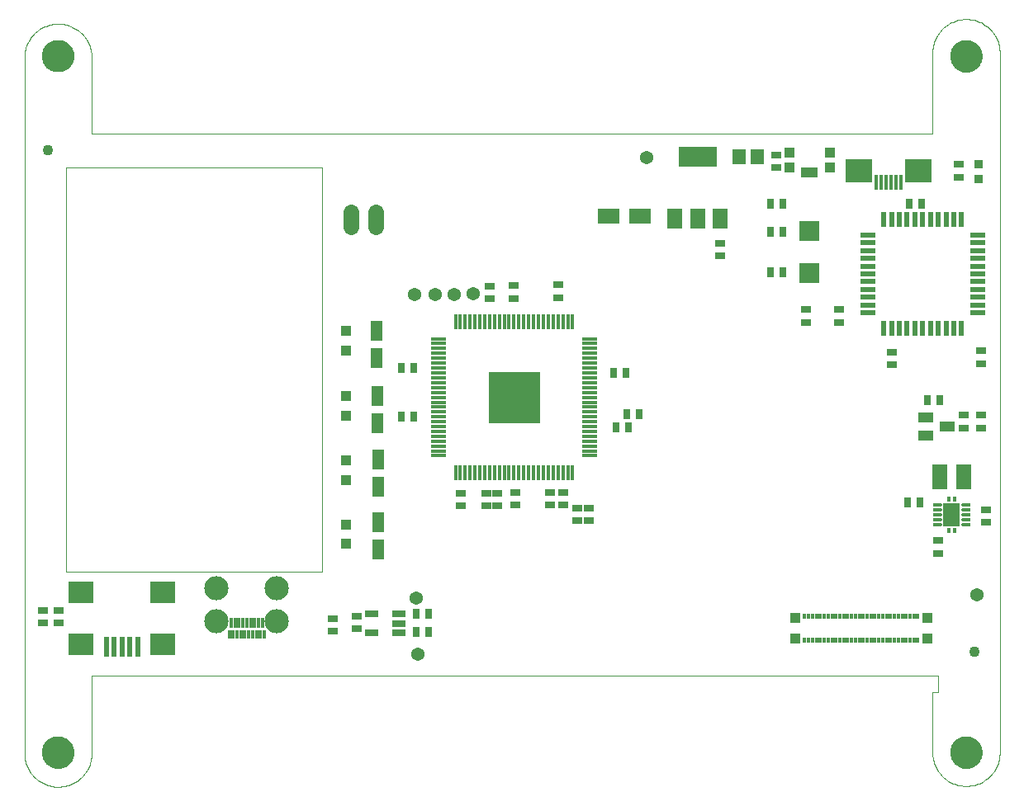
<source format=gts>
G75*
%MOIN*%
%OFA0B0*%
%FSLAX24Y24*%
%IPPOS*%
%LPD*%
%AMOC8*
5,1,8,0,0,1.08239X$1,22.5*
%
%ADD10C,0.0000*%
%ADD11C,0.1300*%
%ADD12C,0.0138*%
%ADD13R,0.0118X0.0236*%
%ADD14R,0.0669X0.0965*%
%ADD15R,0.0299X0.0138*%
%ADD16R,0.0591X0.0985*%
%ADD17R,0.0316X0.0394*%
%ADD18R,0.0394X0.0316*%
%ADD19R,0.0591X0.0434*%
%ADD20R,0.0620X0.0150*%
%ADD21R,0.0150X0.0620*%
%ADD22R,0.2090X0.2090*%
%ADD23R,0.0434X0.0434*%
%ADD24R,0.0512X0.0827*%
%ADD25R,0.0131X0.0237*%
%ADD26R,0.0394X0.0402*%
%ADD27R,0.0631X0.0827*%
%ADD28R,0.1536X0.0827*%
%ADD29R,0.0552X0.0631*%
%ADD30C,0.0434*%
%ADD31R,0.0240X0.0620*%
%ADD32R,0.0620X0.0240*%
%ADD33R,0.0840X0.0840*%
%ADD34R,0.0355X0.0355*%
%ADD35C,0.0540*%
%ADD36R,0.1024X0.0906*%
%ADD37R,0.0237X0.0827*%
%ADD38R,0.0709X0.0434*%
%ADD39C,0.0640*%
%ADD40R,0.0906X0.0591*%
%ADD41R,0.0560X0.0260*%
%ADD42R,0.0131X0.0434*%
%ADD43R,0.0131X0.0375*%
%ADD44C,0.0977*%
%ADD45R,0.0158X0.0591*%
%ADD46R,0.1083X0.0946*%
D10*
X000150Y004791D02*
X000150Y032921D01*
X000878Y032940D02*
X000880Y032990D01*
X000886Y033040D01*
X000896Y033089D01*
X000910Y033137D01*
X000927Y033184D01*
X000948Y033229D01*
X000973Y033273D01*
X001001Y033314D01*
X001033Y033353D01*
X001067Y033390D01*
X001104Y033424D01*
X001144Y033454D01*
X001186Y033481D01*
X001230Y033505D01*
X001276Y033526D01*
X001323Y033542D01*
X001371Y033555D01*
X001421Y033564D01*
X001470Y033569D01*
X001521Y033570D01*
X001571Y033567D01*
X001620Y033560D01*
X001669Y033549D01*
X001717Y033534D01*
X001763Y033516D01*
X001808Y033494D01*
X001851Y033468D01*
X001892Y033439D01*
X001931Y033407D01*
X001967Y033372D01*
X001999Y033334D01*
X002029Y033294D01*
X002056Y033251D01*
X002079Y033207D01*
X002098Y033161D01*
X002114Y033113D01*
X002126Y033064D01*
X002134Y033015D01*
X002138Y032965D01*
X002138Y032915D01*
X002134Y032865D01*
X002126Y032816D01*
X002114Y032767D01*
X002098Y032719D01*
X002079Y032673D01*
X002056Y032629D01*
X002029Y032586D01*
X001999Y032546D01*
X001967Y032508D01*
X001931Y032473D01*
X001892Y032441D01*
X001851Y032412D01*
X001808Y032386D01*
X001763Y032364D01*
X001717Y032346D01*
X001669Y032331D01*
X001620Y032320D01*
X001571Y032313D01*
X001521Y032310D01*
X001470Y032311D01*
X001421Y032316D01*
X001371Y032325D01*
X001323Y032338D01*
X001276Y032354D01*
X001230Y032375D01*
X001186Y032399D01*
X001144Y032426D01*
X001104Y032456D01*
X001067Y032490D01*
X001033Y032527D01*
X001001Y032566D01*
X000973Y032607D01*
X000948Y032651D01*
X000927Y032696D01*
X000910Y032743D01*
X000896Y032791D01*
X000886Y032840D01*
X000880Y032890D01*
X000878Y032940D01*
X000150Y032920D02*
X000154Y032992D01*
X000163Y033064D01*
X000175Y033136D01*
X000191Y033206D01*
X000211Y033276D01*
X000234Y033344D01*
X000261Y033411D01*
X000292Y033477D01*
X000326Y033541D01*
X000363Y033603D01*
X000403Y033663D01*
X000447Y033720D01*
X000494Y033776D01*
X000543Y033828D01*
X000596Y033878D01*
X000651Y033925D01*
X000708Y033970D01*
X000768Y034011D01*
X000829Y034048D01*
X000893Y034083D01*
X000958Y034114D01*
X001025Y034141D01*
X001094Y034165D01*
X001163Y034185D01*
X001233Y034202D01*
X001305Y034215D01*
X001377Y034224D01*
X001449Y034229D01*
X001521Y034230D01*
X001593Y034227D01*
X001665Y034221D01*
X001737Y034211D01*
X001808Y034196D01*
X001878Y034179D01*
X001947Y034157D01*
X002015Y034132D01*
X002081Y034103D01*
X002146Y034071D01*
X002209Y034035D01*
X002270Y033996D01*
X002329Y033954D01*
X002385Y033909D01*
X002439Y033861D01*
X002491Y033810D01*
X002539Y033756D01*
X002585Y033700D01*
X002628Y033641D01*
X002667Y033581D01*
X002703Y033518D01*
X002736Y033454D01*
X002765Y033387D01*
X002791Y033320D01*
X002813Y033251D01*
X002831Y033181D01*
X002846Y033110D01*
X002857Y033038D01*
X002864Y032966D01*
X002867Y032894D01*
X002866Y032822D01*
X002866Y029791D01*
X036803Y029791D01*
X036803Y033058D01*
X036805Y033130D01*
X036811Y033202D01*
X036820Y033274D01*
X036834Y033345D01*
X036851Y033415D01*
X036872Y033485D01*
X036896Y033553D01*
X036924Y033619D01*
X036956Y033684D01*
X036991Y033747D01*
X037029Y033809D01*
X037071Y033868D01*
X037116Y033925D01*
X037163Y033979D01*
X037214Y034031D01*
X037267Y034080D01*
X037322Y034126D01*
X037380Y034169D01*
X037441Y034209D01*
X037503Y034246D01*
X037567Y034279D01*
X037633Y034309D01*
X037700Y034335D01*
X037769Y034358D01*
X037839Y034377D01*
X037909Y034392D01*
X037981Y034404D01*
X038053Y034412D01*
X038125Y034416D01*
X038197Y034416D01*
X038269Y034412D01*
X038341Y034404D01*
X038413Y034392D01*
X038483Y034377D01*
X038553Y034358D01*
X038622Y034335D01*
X038689Y034309D01*
X038755Y034279D01*
X038819Y034246D01*
X038881Y034209D01*
X038942Y034169D01*
X039000Y034126D01*
X039055Y034080D01*
X039108Y034031D01*
X039159Y033979D01*
X039206Y033925D01*
X039251Y033868D01*
X039293Y033809D01*
X039331Y033747D01*
X039366Y033684D01*
X039398Y033619D01*
X039426Y033553D01*
X039450Y033485D01*
X039471Y033415D01*
X039488Y033345D01*
X039502Y033274D01*
X039511Y033202D01*
X039517Y033130D01*
X039519Y033058D01*
X039520Y033058D02*
X039520Y004791D01*
X037531Y004791D02*
X037533Y004841D01*
X037539Y004891D01*
X037549Y004940D01*
X037563Y004988D01*
X037580Y005035D01*
X037601Y005080D01*
X037626Y005124D01*
X037654Y005165D01*
X037686Y005204D01*
X037720Y005241D01*
X037757Y005275D01*
X037797Y005305D01*
X037839Y005332D01*
X037883Y005356D01*
X037929Y005377D01*
X037976Y005393D01*
X038024Y005406D01*
X038074Y005415D01*
X038123Y005420D01*
X038174Y005421D01*
X038224Y005418D01*
X038273Y005411D01*
X038322Y005400D01*
X038370Y005385D01*
X038416Y005367D01*
X038461Y005345D01*
X038504Y005319D01*
X038545Y005290D01*
X038584Y005258D01*
X038620Y005223D01*
X038652Y005185D01*
X038682Y005145D01*
X038709Y005102D01*
X038732Y005058D01*
X038751Y005012D01*
X038767Y004964D01*
X038779Y004915D01*
X038787Y004866D01*
X038791Y004816D01*
X038791Y004766D01*
X038787Y004716D01*
X038779Y004667D01*
X038767Y004618D01*
X038751Y004570D01*
X038732Y004524D01*
X038709Y004480D01*
X038682Y004437D01*
X038652Y004397D01*
X038620Y004359D01*
X038584Y004324D01*
X038545Y004292D01*
X038504Y004263D01*
X038461Y004237D01*
X038416Y004215D01*
X038370Y004197D01*
X038322Y004182D01*
X038273Y004171D01*
X038224Y004164D01*
X038174Y004161D01*
X038123Y004162D01*
X038074Y004167D01*
X038024Y004176D01*
X037976Y004189D01*
X037929Y004205D01*
X037883Y004226D01*
X037839Y004250D01*
X037797Y004277D01*
X037757Y004307D01*
X037720Y004341D01*
X037686Y004378D01*
X037654Y004417D01*
X037626Y004458D01*
X037601Y004502D01*
X037580Y004547D01*
X037563Y004594D01*
X037549Y004642D01*
X037539Y004691D01*
X037533Y004741D01*
X037531Y004791D01*
X036803Y004791D02*
X036805Y004719D01*
X036811Y004647D01*
X036820Y004575D01*
X036834Y004504D01*
X036851Y004434D01*
X036872Y004364D01*
X036896Y004296D01*
X036924Y004230D01*
X036956Y004165D01*
X036991Y004102D01*
X037029Y004040D01*
X037071Y003981D01*
X037116Y003924D01*
X037163Y003870D01*
X037214Y003818D01*
X037267Y003769D01*
X037322Y003723D01*
X037380Y003680D01*
X037441Y003640D01*
X037503Y003603D01*
X037567Y003570D01*
X037633Y003540D01*
X037700Y003514D01*
X037769Y003491D01*
X037839Y003472D01*
X037909Y003457D01*
X037981Y003445D01*
X038053Y003437D01*
X038125Y003433D01*
X038197Y003433D01*
X038269Y003437D01*
X038341Y003445D01*
X038413Y003457D01*
X038483Y003472D01*
X038553Y003491D01*
X038622Y003514D01*
X038689Y003540D01*
X038755Y003570D01*
X038819Y003603D01*
X038881Y003640D01*
X038942Y003680D01*
X039000Y003723D01*
X039055Y003769D01*
X039108Y003818D01*
X039159Y003870D01*
X039206Y003924D01*
X039251Y003981D01*
X039293Y004040D01*
X039331Y004102D01*
X039366Y004165D01*
X039398Y004230D01*
X039426Y004296D01*
X039450Y004364D01*
X039471Y004434D01*
X039488Y004504D01*
X039502Y004575D01*
X039511Y004647D01*
X039517Y004719D01*
X039519Y004791D01*
X036803Y004791D02*
X036803Y007212D01*
X037039Y007212D01*
X037039Y007901D01*
X002866Y007901D01*
X002866Y004732D01*
X002867Y004731D02*
X002863Y004659D01*
X002856Y004587D01*
X002845Y004516D01*
X002830Y004445D01*
X002811Y004375D01*
X002789Y004306D01*
X002763Y004239D01*
X002733Y004173D01*
X002700Y004108D01*
X002664Y004046D01*
X002624Y003985D01*
X002581Y003927D01*
X002535Y003871D01*
X002486Y003818D01*
X002435Y003767D01*
X002380Y003719D01*
X002324Y003674D01*
X002265Y003632D01*
X002204Y003594D01*
X002141Y003558D01*
X002076Y003526D01*
X002009Y003498D01*
X001941Y003473D01*
X001872Y003452D01*
X001802Y003434D01*
X001731Y003420D01*
X001659Y003410D01*
X001587Y003404D01*
X001515Y003402D01*
X001442Y003404D01*
X001370Y003409D01*
X001298Y003418D01*
X001227Y003431D01*
X001157Y003448D01*
X001087Y003469D01*
X001019Y003493D01*
X000953Y003521D01*
X000887Y003552D01*
X000824Y003587D01*
X000762Y003625D01*
X000703Y003666D01*
X000646Y003711D01*
X000591Y003758D01*
X000539Y003808D01*
X000490Y003861D01*
X000443Y003917D01*
X000400Y003974D01*
X000359Y004035D01*
X000322Y004097D01*
X000289Y004161D01*
X000259Y004226D01*
X000232Y004294D01*
X000209Y004362D01*
X000189Y004432D01*
X000174Y004503D01*
X000162Y004574D01*
X000154Y004646D01*
X000150Y004718D01*
X000149Y004791D01*
X000878Y004791D02*
X000880Y004841D01*
X000886Y004891D01*
X000896Y004940D01*
X000910Y004988D01*
X000927Y005035D01*
X000948Y005080D01*
X000973Y005124D01*
X001001Y005165D01*
X001033Y005204D01*
X001067Y005241D01*
X001104Y005275D01*
X001144Y005305D01*
X001186Y005332D01*
X001230Y005356D01*
X001276Y005377D01*
X001323Y005393D01*
X001371Y005406D01*
X001421Y005415D01*
X001470Y005420D01*
X001521Y005421D01*
X001571Y005418D01*
X001620Y005411D01*
X001669Y005400D01*
X001717Y005385D01*
X001763Y005367D01*
X001808Y005345D01*
X001851Y005319D01*
X001892Y005290D01*
X001931Y005258D01*
X001967Y005223D01*
X001999Y005185D01*
X002029Y005145D01*
X002056Y005102D01*
X002079Y005058D01*
X002098Y005012D01*
X002114Y004964D01*
X002126Y004915D01*
X002134Y004866D01*
X002138Y004816D01*
X002138Y004766D01*
X002134Y004716D01*
X002126Y004667D01*
X002114Y004618D01*
X002098Y004570D01*
X002079Y004524D01*
X002056Y004480D01*
X002029Y004437D01*
X001999Y004397D01*
X001967Y004359D01*
X001931Y004324D01*
X001892Y004292D01*
X001851Y004263D01*
X001808Y004237D01*
X001763Y004215D01*
X001717Y004197D01*
X001669Y004182D01*
X001620Y004171D01*
X001571Y004164D01*
X001521Y004161D01*
X001470Y004162D01*
X001421Y004167D01*
X001371Y004176D01*
X001323Y004189D01*
X001276Y004205D01*
X001230Y004226D01*
X001186Y004250D01*
X001144Y004277D01*
X001104Y004307D01*
X001067Y004341D01*
X001033Y004378D01*
X001001Y004417D01*
X000973Y004458D01*
X000948Y004502D01*
X000927Y004547D01*
X000910Y004594D01*
X000896Y004642D01*
X000886Y004691D01*
X000880Y004741D01*
X000878Y004791D01*
X001823Y012094D02*
X001823Y028432D01*
X012158Y028432D01*
X012158Y012094D01*
X001823Y012094D01*
X037531Y032921D02*
X037533Y032971D01*
X037539Y033021D01*
X037549Y033070D01*
X037563Y033118D01*
X037580Y033165D01*
X037601Y033210D01*
X037626Y033254D01*
X037654Y033295D01*
X037686Y033334D01*
X037720Y033371D01*
X037757Y033405D01*
X037797Y033435D01*
X037839Y033462D01*
X037883Y033486D01*
X037929Y033507D01*
X037976Y033523D01*
X038024Y033536D01*
X038074Y033545D01*
X038123Y033550D01*
X038174Y033551D01*
X038224Y033548D01*
X038273Y033541D01*
X038322Y033530D01*
X038370Y033515D01*
X038416Y033497D01*
X038461Y033475D01*
X038504Y033449D01*
X038545Y033420D01*
X038584Y033388D01*
X038620Y033353D01*
X038652Y033315D01*
X038682Y033275D01*
X038709Y033232D01*
X038732Y033188D01*
X038751Y033142D01*
X038767Y033094D01*
X038779Y033045D01*
X038787Y032996D01*
X038791Y032946D01*
X038791Y032896D01*
X038787Y032846D01*
X038779Y032797D01*
X038767Y032748D01*
X038751Y032700D01*
X038732Y032654D01*
X038709Y032610D01*
X038682Y032567D01*
X038652Y032527D01*
X038620Y032489D01*
X038584Y032454D01*
X038545Y032422D01*
X038504Y032393D01*
X038461Y032367D01*
X038416Y032345D01*
X038370Y032327D01*
X038322Y032312D01*
X038273Y032301D01*
X038224Y032294D01*
X038174Y032291D01*
X038123Y032292D01*
X038074Y032297D01*
X038024Y032306D01*
X037976Y032319D01*
X037929Y032335D01*
X037883Y032356D01*
X037839Y032380D01*
X037797Y032407D01*
X037757Y032437D01*
X037720Y032471D01*
X037686Y032508D01*
X037654Y032547D01*
X037626Y032588D01*
X037601Y032632D01*
X037580Y032677D01*
X037563Y032724D01*
X037549Y032772D01*
X037539Y032821D01*
X037533Y032871D01*
X037531Y032921D01*
D11*
X038161Y032921D03*
X038161Y004791D03*
X001508Y004791D03*
X001508Y032940D03*
D12*
X037123Y014793D03*
X037123Y014597D03*
X037123Y014400D03*
X037123Y014203D03*
X037123Y014006D03*
X038040Y014006D03*
X038040Y014203D03*
X038040Y014400D03*
X038040Y014597D03*
X038040Y014793D03*
D13*
X037690Y015040D03*
X037473Y015040D03*
X037473Y013760D03*
X037690Y013760D03*
D14*
X037581Y014400D03*
D15*
X038190Y014400D03*
X038190Y014597D03*
X038190Y014793D03*
X038190Y014203D03*
X038190Y014006D03*
X036973Y014006D03*
X036973Y014203D03*
X036973Y014400D03*
X036973Y014597D03*
X036973Y014793D03*
D16*
X037109Y015916D03*
X038054Y015916D03*
D17*
X036314Y014898D03*
X035802Y014898D03*
X036587Y019023D03*
X037099Y019023D03*
X030760Y024180D03*
X030248Y024180D03*
X030248Y025834D03*
X030760Y025834D03*
X030760Y026976D03*
X030248Y026976D03*
X035858Y026976D03*
X036370Y026976D03*
X024973Y018472D03*
X024461Y018472D03*
X024539Y017921D03*
X024028Y017921D03*
X023929Y020125D03*
X024441Y020125D03*
X015878Y020322D03*
X015366Y020322D03*
X015366Y018354D03*
X015878Y018354D03*
X015957Y010381D03*
X016469Y010381D03*
X016469Y009653D03*
X015957Y009653D03*
D18*
X013575Y009791D03*
X013575Y010302D03*
X012591Y010204D03*
X012591Y009692D03*
X017768Y014751D03*
X017768Y015263D03*
X018791Y015263D03*
X019244Y015263D03*
X019244Y014751D03*
X018791Y014751D03*
X019973Y014791D03*
X019973Y015302D03*
X021370Y015302D03*
X021882Y015302D03*
X021882Y014791D03*
X021370Y014791D03*
X022453Y014673D03*
X022945Y014673D03*
X022945Y014161D03*
X022453Y014161D03*
X031685Y022173D03*
X031685Y022684D03*
X033024Y022684D03*
X033024Y022173D03*
X035150Y020972D03*
X035150Y020460D03*
X038063Y018413D03*
X038063Y017901D03*
X038772Y017901D03*
X038772Y018413D03*
X038772Y020499D03*
X038772Y021011D03*
X038979Y014597D03*
X038979Y014085D03*
X037017Y013344D03*
X037017Y012833D03*
X028221Y024850D03*
X028221Y025361D03*
X030504Y028413D03*
X030504Y028924D03*
X037866Y028550D03*
X037866Y028039D03*
X021685Y023688D03*
X021685Y023176D03*
X019913Y023137D03*
X019913Y023649D03*
X018929Y023629D03*
X018929Y023117D03*
X001528Y010539D03*
X001528Y010027D03*
X000898Y010027D03*
X000898Y010539D03*
D19*
X036547Y017586D03*
X037413Y017960D03*
X036547Y018334D03*
D20*
X022953Y018351D03*
X022953Y018161D03*
X022953Y017961D03*
X022953Y017761D03*
X022953Y017571D03*
X022953Y017371D03*
X022953Y017171D03*
X022953Y016971D03*
X022953Y016781D03*
X022953Y018551D03*
X022953Y018751D03*
X022953Y018941D03*
X022953Y019141D03*
X022953Y019341D03*
X022953Y019531D03*
X022953Y019731D03*
X022953Y019931D03*
X022953Y020121D03*
X022953Y020321D03*
X022953Y020521D03*
X022953Y020711D03*
X022953Y020911D03*
X022953Y021111D03*
X022953Y021311D03*
X022953Y021501D03*
X016873Y021501D03*
X016873Y021311D03*
X016873Y021111D03*
X016873Y020911D03*
X016873Y020711D03*
X016873Y020521D03*
X016873Y020321D03*
X016873Y020121D03*
X016873Y019931D03*
X016873Y019731D03*
X016873Y019531D03*
X016873Y019341D03*
X016873Y019141D03*
X016873Y018941D03*
X016873Y018751D03*
X016873Y018551D03*
X016873Y018351D03*
X016873Y018161D03*
X016873Y017961D03*
X016873Y017761D03*
X016873Y017571D03*
X016873Y017371D03*
X016873Y017171D03*
X016873Y016971D03*
X016873Y016781D03*
D21*
X017553Y016101D03*
X017743Y016101D03*
X017943Y016101D03*
X018143Y016101D03*
X018343Y016101D03*
X018533Y016101D03*
X018733Y016101D03*
X018933Y016101D03*
X019123Y016101D03*
X019323Y016101D03*
X019523Y016101D03*
X019713Y016101D03*
X019913Y016101D03*
X020113Y016101D03*
X020303Y016101D03*
X020503Y016101D03*
X020703Y016101D03*
X020893Y016101D03*
X021093Y016101D03*
X021293Y016101D03*
X021483Y016101D03*
X021683Y016101D03*
X021883Y016101D03*
X022083Y016101D03*
X022273Y016101D03*
X022273Y022181D03*
X022083Y022181D03*
X021883Y022181D03*
X021683Y022181D03*
X021483Y022181D03*
X021293Y022181D03*
X021093Y022181D03*
X020893Y022181D03*
X020703Y022181D03*
X020503Y022181D03*
X020303Y022181D03*
X020113Y022181D03*
X019913Y022181D03*
X019713Y022181D03*
X019523Y022181D03*
X019323Y022181D03*
X019123Y022181D03*
X018933Y022181D03*
X018733Y022181D03*
X018533Y022181D03*
X018343Y022181D03*
X018143Y022181D03*
X017943Y022181D03*
X017743Y022181D03*
X017553Y022181D03*
D22*
X019923Y019121D03*
D23*
X013142Y019180D03*
X013142Y018393D03*
X013142Y016582D03*
X013142Y015795D03*
X013142Y014003D03*
X013142Y013216D03*
X013142Y021031D03*
X013142Y021818D03*
X031016Y028413D03*
X031016Y029043D03*
X032669Y029043D03*
X032669Y028413D03*
D24*
X014362Y021838D03*
X014362Y020736D03*
X014402Y019180D03*
X014402Y018078D03*
X014421Y016641D03*
X014421Y015539D03*
X014421Y014082D03*
X014421Y012980D03*
D25*
X031646Y010283D03*
X031803Y010283D03*
X031961Y010283D03*
X032118Y010283D03*
X032276Y010283D03*
X032433Y010283D03*
X032591Y010283D03*
X032748Y010283D03*
X032906Y010283D03*
X033063Y010283D03*
X033221Y010283D03*
X033378Y010283D03*
X033536Y010283D03*
X033693Y010283D03*
X033850Y010283D03*
X034008Y010283D03*
X034165Y010283D03*
X034323Y010283D03*
X034480Y010283D03*
X034638Y010283D03*
X034795Y010283D03*
X034953Y010283D03*
X035110Y010283D03*
X035268Y010283D03*
X035425Y010283D03*
X035583Y010283D03*
X035740Y010283D03*
X035898Y010283D03*
X036055Y010283D03*
X036213Y010283D03*
X036213Y009338D03*
X036055Y009338D03*
X035898Y009338D03*
X035740Y009338D03*
X035583Y009338D03*
X035425Y009338D03*
X035268Y009338D03*
X035110Y009338D03*
X034953Y009338D03*
X034795Y009338D03*
X034638Y009338D03*
X034480Y009338D03*
X034323Y009338D03*
X034165Y009338D03*
X034008Y009338D03*
X033850Y009338D03*
X033693Y009338D03*
X033536Y009338D03*
X033378Y009338D03*
X033221Y009338D03*
X033063Y009338D03*
X032906Y009338D03*
X032748Y009338D03*
X032591Y009338D03*
X032433Y009338D03*
X032276Y009338D03*
X032118Y009338D03*
X031961Y009338D03*
X031803Y009338D03*
X031646Y009338D03*
D26*
X031252Y009377D03*
X031252Y010243D03*
X036606Y010243D03*
X036606Y009377D03*
D27*
X028221Y026365D03*
X027315Y026365D03*
X026410Y026365D03*
D28*
X027315Y028846D03*
D29*
X028988Y028846D03*
X029736Y028846D03*
D30*
X038496Y008846D03*
X001114Y029141D03*
D31*
X034840Y026331D03*
X035150Y026331D03*
X035470Y026331D03*
X035780Y026331D03*
X036100Y026331D03*
X036410Y026331D03*
X036720Y026331D03*
X037040Y026331D03*
X037350Y026331D03*
X037670Y026331D03*
X037980Y026331D03*
X037980Y021911D03*
X037670Y021911D03*
X037350Y021911D03*
X037040Y021911D03*
X036720Y021911D03*
X036410Y021911D03*
X036100Y021911D03*
X035780Y021911D03*
X035470Y021911D03*
X035150Y021911D03*
X034840Y021911D03*
D32*
X034200Y022551D03*
X034200Y022861D03*
X034200Y023181D03*
X034200Y023491D03*
X034200Y023811D03*
X034200Y024121D03*
X034200Y024431D03*
X034200Y024751D03*
X034200Y025061D03*
X034200Y025381D03*
X034200Y025691D03*
X038620Y025691D03*
X038620Y025381D03*
X038620Y025061D03*
X038620Y024751D03*
X038620Y024431D03*
X038620Y024121D03*
X038620Y023811D03*
X038620Y023491D03*
X038620Y023181D03*
X038620Y022861D03*
X038620Y022551D03*
D33*
X031832Y024173D03*
X031832Y025873D03*
D34*
X038654Y027960D03*
X038654Y028550D03*
D35*
X025248Y028826D03*
X018260Y023334D03*
X017512Y023295D03*
X016724Y023295D03*
X015898Y023295D03*
X015957Y011031D03*
X016036Y008747D03*
X038595Y011149D03*
D36*
X005740Y011247D03*
X005740Y009161D03*
X002433Y009161D03*
X002433Y011247D03*
D37*
X003457Y009062D03*
X003772Y009062D03*
X004087Y009062D03*
X004402Y009062D03*
X004717Y009062D03*
D38*
X031843Y028216D03*
D39*
X014331Y026626D02*
X014331Y026026D01*
X013331Y026026D02*
X013331Y026626D01*
D40*
X023732Y026444D03*
X024992Y026444D03*
D41*
X015257Y010377D03*
X015257Y010007D03*
X015257Y009637D03*
X014177Y009637D03*
X014177Y010377D03*
D42*
X009756Y010027D03*
X009599Y010027D03*
X009441Y010027D03*
X009284Y010027D03*
X009126Y010027D03*
X008969Y010027D03*
X008811Y010027D03*
X008654Y010027D03*
X008496Y010027D03*
D43*
X008417Y009545D03*
X008575Y009545D03*
X008732Y009545D03*
X008890Y009545D03*
X009047Y009545D03*
X009205Y009545D03*
X009362Y009545D03*
X009520Y009545D03*
X009677Y009545D03*
X009835Y009545D03*
D44*
X010347Y010102D03*
X010347Y011424D03*
X007906Y011424D03*
X007906Y010102D03*
D45*
X034539Y027842D03*
X034736Y027842D03*
X034933Y027842D03*
X035130Y027842D03*
X035327Y027842D03*
X035524Y027842D03*
D46*
X036223Y028295D03*
X033841Y028295D03*
M02*

</source>
